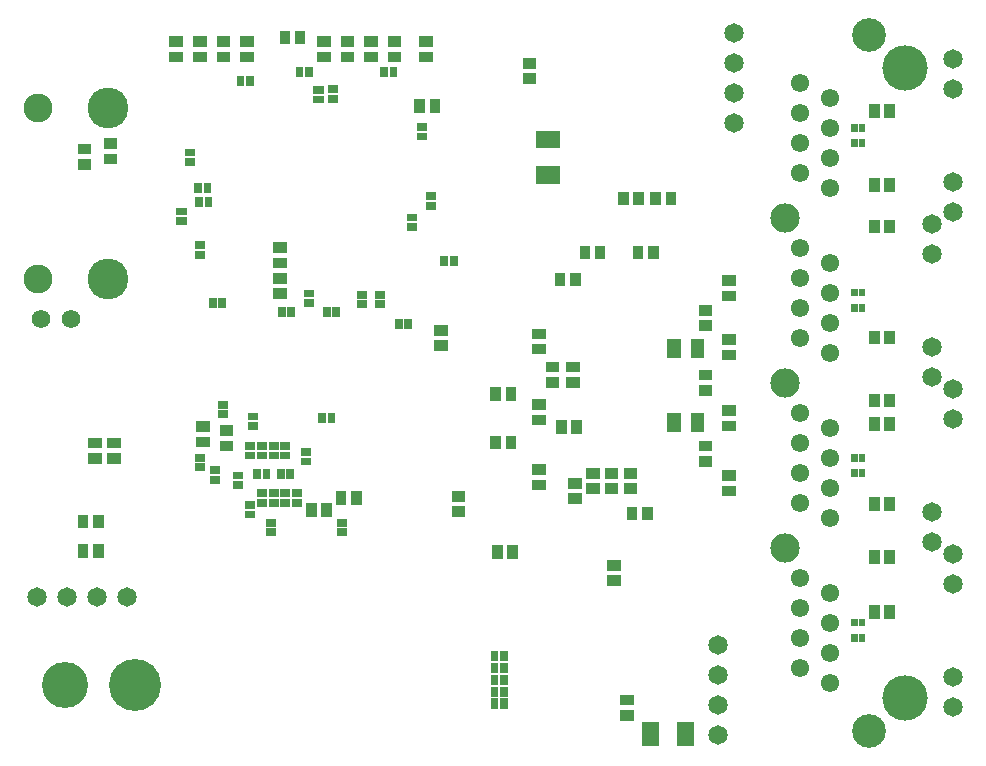
<source format=gbr>
G04 start of page 9 for group -4062 idx -4062 *
G04 Title: (unknown), soldermask *
G04 Creator: pcb 1.99z *
G04 CreationDate: Tue 11 Sep 2012 02:04:04 GMT UTC *
G04 For: ralph *
G04 Format: Gerber/RS-274X *
G04 PCB-Dimensions (mm): 80.00 62.50 *
G04 PCB-Coordinate-Origin: lower left *
%MOMM*%
%FSLAX43Y43*%
%LNBOTTOMMASK*%
%ADD214R,1.150X1.150*%
%ADD213R,0.902X0.902*%
%ADD212R,0.525X0.525*%
%ADD211R,1.450X1.450*%
%ADD210R,0.900X0.900*%
%ADD209R,0.650X0.650*%
%ADD208C,3.452*%
%ADD207C,2.452*%
%ADD206C,1.575*%
%ADD205C,3.850*%
%ADD204C,2.852*%
%ADD203C,4.402*%
%ADD202C,3.902*%
%ADD201C,2.487*%
%ADD200C,1.550*%
%ADD199C,1.650*%
G54D199*X1490Y13100D03*
X4030D03*
X6570D03*
X9110D03*
G54D200*X66110Y23630D03*
Y26170D03*
Y28710D03*
Y35060D03*
G54D201*X64840Y17280D03*
G54D202*X3800Y5650D03*
G54D203*X9800D03*
G54D199*X59150Y9060D03*
Y6520D03*
Y3980D03*
G54D200*X68650Y5850D03*
X66110Y7120D03*
X68650Y8390D03*
X66110Y9660D03*
X68650Y10930D03*
X66110Y12200D03*
Y14740D03*
Y21090D03*
G54D204*X71950Y1780D03*
G54D199*X59150Y1440D03*
G54D205*X75000Y4580D03*
G54D200*X68650Y36330D03*
Y38870D03*
Y41410D03*
X66110Y37600D03*
Y40140D03*
Y42680D03*
Y49030D03*
Y51570D03*
Y54110D03*
X68650Y47760D03*
Y50300D03*
Y52840D03*
Y55380D03*
X66110Y56650D03*
G54D199*X60500Y58370D03*
Y60910D03*
G54D201*X64840Y45220D03*
G54D204*X71950Y60720D03*
G54D205*X75000Y57920D03*
G54D199*X79060Y3830D03*
Y6370D03*
Y14220D03*
Y16760D03*
X77280Y17800D03*
Y20340D03*
X79060Y28190D03*
Y30730D03*
X77280Y31770D03*
Y34310D03*
Y42160D03*
Y44700D03*
X79060Y45740D03*
Y48280D03*
Y56130D03*
Y58670D03*
G54D200*X68650Y13470D03*
Y19820D03*
Y22360D03*
Y24900D03*
Y27440D03*
Y33790D03*
G54D201*X64840Y31250D03*
G54D206*X1780Y36650D03*
X4320D03*
G54D207*X1550Y54500D03*
Y40000D03*
G54D208*X7500Y54500D03*
Y40000D03*
G54D199*X60500Y53290D03*
Y55830D03*
G54D209*X20400Y21900D02*X20600D01*
X20100Y23600D02*Y23400D01*
X20900Y23600D02*Y23400D01*
X21200Y18600D02*X21400D01*
X21200Y19400D02*X21400D01*
X20400Y21100D02*X20600D01*
X19400Y20900D02*X19600D01*
X16400Y23050D02*X16600D01*
X19400Y20100D02*X19600D01*
G54D210*X6650Y17125D02*Y16875D01*
Y19625D02*Y19375D01*
G54D209*X16400Y23850D02*X16600D01*
G54D210*X24700Y20625D02*Y20375D01*
X43025Y58300D02*X43275D01*
X43025Y57000D02*X43275D01*
G54D209*X33150Y44450D02*X33350D01*
X33150Y45250D02*X33350D01*
X34700Y47050D02*X34900D01*
X34700Y46250D02*X34900D01*
G54D211*X44450Y51850D02*X45050D01*
X44450Y48850D02*X45050D01*
G54D210*X53850Y46975D02*Y46725D01*
X51100Y46975D02*Y46725D01*
X52400Y46975D02*Y46725D01*
X47850Y42425D02*Y42175D01*
X49150Y42425D02*Y42175D01*
G54D209*X32100Y36350D02*Y36150D01*
X32900Y36350D02*Y36150D01*
X36750Y41650D02*Y41450D01*
X35950Y41650D02*Y41450D01*
G54D210*X47050Y40125D02*Y39875D01*
X45750Y40125D02*Y39875D01*
X52350Y42425D02*Y42175D01*
X53650Y42425D02*Y42175D01*
G54D209*X30400Y38700D02*X30600D01*
X26800Y37350D02*Y37150D01*
X28900Y38700D02*X29100D01*
X28900Y37900D02*X29100D01*
X24400Y38800D02*X24600D01*
X24400Y38000D02*X24600D01*
X22200Y37350D02*Y37150D01*
X23000Y37350D02*Y37150D01*
G54D210*X21925Y38800D02*X22175D01*
G54D209*X26000Y37350D02*Y37150D01*
G54D210*X21925Y41400D02*X22175D01*
X21925Y42700D02*X22175D01*
X21925Y40100D02*X22175D01*
G54D209*X30400Y37900D02*X30600D01*
G54D210*X5375Y49750D02*X5625D01*
X5375Y51050D02*X5625D01*
G54D209*X19500Y56900D02*Y56700D01*
X18700Y56900D02*Y56700D01*
G54D210*X13125Y60150D02*X13375D01*
X13125Y58850D02*X13375D01*
X19125Y60150D02*X19375D01*
X19125Y58850D02*X19375D01*
X15125D02*X15375D01*
X17125Y60150D02*X17375D01*
X17125Y58850D02*X17375D01*
X15125Y60150D02*X15375D01*
X7575Y50200D02*X7825D01*
X7575Y51500D02*X7825D01*
X34275Y58850D02*X34525D01*
X34275Y60150D02*X34525D01*
G54D209*X23700Y57650D02*Y57450D01*
X24500Y57650D02*Y57450D01*
X30850Y57700D02*Y57500D01*
X31650Y57700D02*Y57500D01*
X25200Y55250D02*X25400D01*
X25200Y56050D02*X25400D01*
X26400Y55300D02*X26600D01*
X26400Y56100D02*X26600D01*
G54D210*X25625Y58850D02*X25875D01*
X25625Y60150D02*X25875D01*
X27625Y58850D02*X27875D01*
X27625Y60150D02*X27875D01*
X29625Y58850D02*X29875D01*
X29625Y60150D02*X29875D01*
X31625Y58850D02*X31875D01*
X31625Y60150D02*X31875D01*
X22450Y60625D02*Y60375D01*
X23750Y60625D02*Y60375D01*
G54D209*X33950Y52900D02*X34150D01*
X33950Y52100D02*X34150D01*
G54D210*X35150Y54825D02*Y54575D01*
X33850Y54825D02*Y54575D01*
G54D209*X15900Y47850D02*Y47650D01*
X15100Y47850D02*Y47650D01*
X14300Y50750D02*X14500D01*
X14300Y49950D02*X14500D01*
X16000Y46650D02*Y46450D01*
X15200Y46650D02*Y46450D01*
X13600Y44950D02*X13800D01*
X13600Y45750D02*X13800D01*
X15150Y42100D02*X15350D01*
X15150Y42900D02*X15350D01*
G54D210*X72350Y16625D02*Y16375D01*
X73650Y16625D02*Y16375D01*
X59925Y23400D02*X60175D01*
X72350Y21125D02*Y20875D01*
X73650Y21125D02*Y20875D01*
X59925Y22100D02*X60175D01*
G54D209*X40200Y5200D02*Y5000D01*
X41000Y5200D02*Y5000D01*
Y6200D02*Y6000D01*
X40200Y6200D02*Y6000D01*
Y7200D02*Y7000D01*
X41000Y7200D02*Y7000D01*
Y8200D02*Y8000D01*
X40200Y8200D02*Y8000D01*
X41000Y4200D02*Y4000D01*
X40200Y4200D02*Y4000D01*
G54D211*X53400Y1800D02*Y1200D01*
X56400Y1800D02*Y1200D01*
G54D210*X51275Y4400D02*X51525D01*
X51275Y3100D02*X51525D01*
X72350Y11975D02*Y11725D01*
G54D212*X70688Y24962D02*Y24838D01*
X71312Y24962D02*Y24838D01*
X70688Y23662D02*Y23538D01*
X71312Y23662D02*Y23538D01*
G54D210*X73650Y11975D02*Y11725D01*
G54D212*X70688Y9712D02*Y9588D01*
X71312Y9712D02*Y9588D01*
X70688Y11012D02*Y10888D01*
X71312Y11012D02*Y10888D01*
G54D210*X72350Y29875D02*Y29625D01*
X73650Y29875D02*Y29625D01*
G54D213*X72350Y27875D02*Y27625D01*
X73650Y27875D02*Y27625D01*
G54D210*X72350Y48125D02*Y47875D01*
G54D212*X70688Y38962D02*Y38838D01*
X71312Y38962D02*Y38838D01*
G54D210*X73650Y48125D02*Y47875D01*
X72350Y54375D02*Y54125D01*
X73650Y54375D02*Y54125D01*
G54D212*X70688Y51612D02*Y51488D01*
X71312Y51612D02*Y51488D01*
X70688Y52912D02*Y52788D01*
X71312Y52912D02*Y52788D01*
X70688Y37662D02*Y37538D01*
X71312Y37662D02*Y37538D01*
G54D210*X72350Y35225D02*Y34975D01*
X73650Y35225D02*Y34975D01*
X72350Y44625D02*Y44375D01*
X73650Y44625D02*Y44375D01*
X44975Y31300D02*X45225D01*
X44975Y32600D02*X45225D01*
X46725Y31300D02*X46975D01*
X46725Y32600D02*X46975D01*
X43825Y34100D02*X44075D01*
X43825Y35400D02*X44075D01*
G54D213*X35525Y34400D02*X35775D01*
X35525Y35700D02*X35775D01*
G54D210*X43825Y22600D02*X44075D01*
X43825Y23900D02*X44075D01*
X43825Y28100D02*X44075D01*
X43825Y29400D02*X44075D01*
X41600Y30425D02*Y30175D01*
X40300Y30425D02*Y30175D01*
X45850Y27625D02*Y27375D01*
X47150Y27625D02*Y27375D01*
X41600Y26325D02*Y26075D01*
X40300Y26325D02*Y26075D01*
G54D214*X55400Y28150D02*Y27650D01*
X57400Y28150D02*Y27650D01*
G54D210*X59925Y28900D02*X60175D01*
X59925Y27600D02*X60175D01*
X57925Y25900D02*X58175D01*
X57925Y24600D02*X58175D01*
X57925Y37400D02*X58175D01*
X57925Y36100D02*X58175D01*
X57925Y30600D02*X58175D01*
X57925Y31900D02*X58175D01*
G54D214*X55400Y34400D02*Y33900D01*
X57400Y34400D02*Y33900D01*
G54D210*X59925Y39900D02*X60175D01*
X59925Y38600D02*X60175D01*
X59925Y33600D02*X60175D01*
X59925Y34900D02*X60175D01*
X55150Y46975D02*Y46725D01*
X48425Y23600D02*X48675D01*
X49975D02*X50225D01*
X46875Y22750D02*X47125D01*
X48425Y22300D02*X48675D01*
X51575D02*X51825D01*
X49975D02*X50225D01*
X41750Y17075D02*Y16825D01*
X40450Y17075D02*Y16825D01*
X37025Y20350D02*X37275D01*
X37025Y21650D02*X37275D01*
X46875Y21450D02*X47125D01*
X51575Y23600D02*X51825D01*
X53150Y20325D02*Y20075D01*
X51850Y20325D02*Y20075D01*
G54D213*X50175Y14500D02*X50425D01*
X50175Y15800D02*X50425D01*
G54D209*X26400Y28350D02*Y28150D01*
X27150Y18600D02*X27350D01*
X27150Y19400D02*X27350D01*
G54D210*X26000Y20625D02*Y20375D01*
X28500Y21625D02*Y21375D01*
X27200Y21625D02*Y21375D01*
G54D209*X25600Y28350D02*Y28150D01*
G54D210*X6275Y24850D02*X6525D01*
X7875D02*X8125D01*
X5350Y17125D02*Y16875D01*
Y19625D02*Y19375D01*
X6275Y26150D02*X6525D01*
X7875D02*X8125D01*
G54D209*X22400Y21900D02*X22600D01*
X22400Y21100D02*X22600D01*
X21400Y21900D02*X21600D01*
X21400Y21100D02*X21600D01*
X23400Y21900D02*X23600D01*
X23400Y21100D02*X23600D01*
X15200Y24100D02*X15400D01*
X15200Y24900D02*X15400D01*
G54D210*X15375Y27550D02*X15625D01*
X15375Y26250D02*X15625D01*
G54D209*X20400Y25100D02*X20600D01*
X20400Y25900D02*X20600D01*
X21400D02*X21600D01*
X19400Y25100D02*X19600D01*
X19400Y25900D02*X19600D01*
X18400Y23400D02*X18600D01*
X18400Y22600D02*X18600D01*
X17150Y28600D02*X17350D01*
G54D210*X17375Y27200D02*X17625D01*
X17375Y25900D02*X17625D01*
G54D209*X19650Y28400D02*X19850D01*
X19650Y27600D02*X19850D01*
X17150Y29400D02*X17350D01*
X21400Y25100D02*X21600D01*
X22400D02*X22600D01*
X22400Y25900D02*X22600D01*
X24150Y24600D02*X24350D01*
X24150Y25400D02*X24350D01*
X22100Y23600D02*Y23400D01*
X22900Y23600D02*Y23400D01*
X16350Y38100D02*Y37900D01*
X17150Y38100D02*Y37900D01*
M02*

</source>
